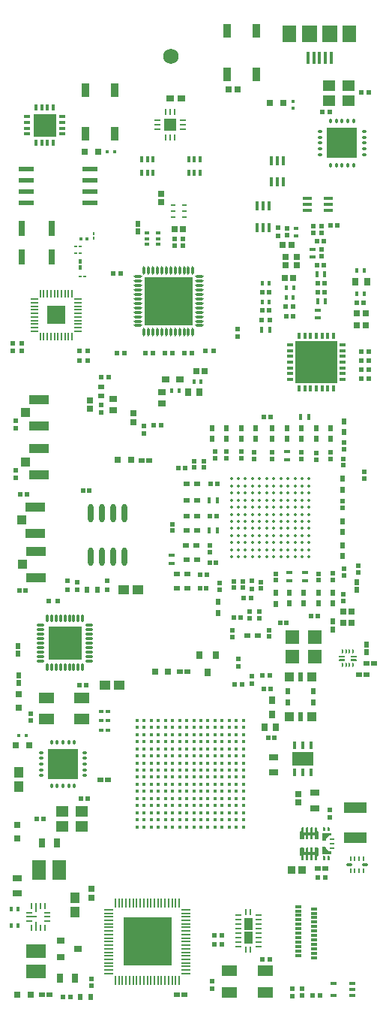
<source format=gtp>
G04*
G04 #@! TF.GenerationSoftware,Altium Limited,Altium Designer,25.1.2 (22)*
G04*
G04 Layer_Color=8421504*
%FSLAX44Y44*%
%MOMM*%
G71*
G04*
G04 #@! TF.SameCoordinates,95D3A89C-EAAA-4EA1-B578-E8640D1D2C9C*
G04*
G04*
G04 #@! TF.FilePolarity,Positive*
G04*
G01*
G75*
%ADD19R,0.5000X0.5500*%
%ADD20R,0.5121X0.5811*%
%ADD21R,0.4000X0.5000*%
%ADD22R,2.2000X1.0500*%
%ADD23R,1.0500X1.0000*%
%ADD24R,2.5000X1.2500*%
%ADD25R,0.7154X0.6725*%
%ADD26R,0.9000X1.5000*%
%ADD27R,0.4500X0.4500*%
%ADD28R,0.8000X0.9000*%
%ADD29R,0.6500X0.6000*%
%ADD30R,3.7000X3.7000*%
%ADD31O,0.2800X0.9000*%
%ADD32O,0.9000X0.2800*%
%ADD33R,0.5200X0.5200*%
%ADD34R,0.5500X0.6000*%
%ADD35R,0.5200X0.5200*%
G04:AMPARAMS|DCode=36|XSize=0.4mm|YSize=0.65mm|CornerRadius=0.05mm|HoleSize=0mm|Usage=FLASHONLY|Rotation=270.000|XOffset=0mm|YOffset=0mm|HoleType=Round|Shape=RoundedRectangle|*
%AMROUNDEDRECTD36*
21,1,0.4000,0.5500,0,0,270.0*
21,1,0.3000,0.6500,0,0,270.0*
1,1,0.1000,-0.2750,-0.1500*
1,1,0.1000,-0.2750,0.1500*
1,1,0.1000,0.2750,0.1500*
1,1,0.1000,0.2750,-0.1500*
%
%ADD36ROUNDEDRECTD36*%
%ADD37R,0.6000X0.5500*%
%ADD38R,0.5393X0.4725*%
%ADD39R,0.7581X0.8121*%
%ADD40R,1.2084X1.0121*%
%ADD41R,0.6000X0.6500*%
%ADD42R,0.6725X0.5274*%
%ADD43R,0.3556X0.7366*%
%ADD44R,0.5811X0.5121*%
%ADD45R,0.5000X0.5000*%
%ADD46R,0.7200X0.7200*%
%ADD47R,0.5000X0.4500*%
%ADD48R,1.0121X1.2084*%
%ADD49R,1.0500X1.0000*%
%ADD50R,2.2000X1.0500*%
%ADD51R,0.6153X0.5725*%
%ADD52R,0.3500X0.6500*%
%ADD53R,0.5000X0.4000*%
%ADD54R,0.6725X0.7154*%
%ADD55R,0.4725X0.4682*%
%ADD56R,0.5153X0.4725*%
%ADD57R,0.7500X0.3000*%
%ADD58R,0.3000X0.7500*%
%ADD59R,4.8000X4.8000*%
%ADD60R,0.6500X0.3500*%
%ADD61R,0.4682X0.4725*%
%ADD62R,0.8000X0.9500*%
%ADD63R,0.4500X1.0500*%
%ADD64R,1.0500X0.4500*%
%ADD65R,0.4725X0.5153*%
%ADD66R,0.5725X0.6153*%
G04:AMPARAMS|DCode=67|XSize=1.61mm|YSize=0.58mm|CornerRadius=0.0725mm|HoleSize=0mm|Usage=FLASHONLY|Rotation=180.000|XOffset=0mm|YOffset=0mm|HoleType=Round|Shape=RoundedRectangle|*
%AMROUNDEDRECTD67*
21,1,1.6100,0.4350,0,0,180.0*
21,1,1.4650,0.5800,0,0,180.0*
1,1,0.1450,-0.7325,0.2175*
1,1,0.1450,0.7325,0.2175*
1,1,0.1450,0.7325,-0.2175*
1,1,0.1450,-0.7325,-0.2175*
%
%ADD67ROUNDEDRECTD67*%
%ADD68R,0.2627X0.3541*%
%ADD69R,0.3541X0.2627*%
%ADD70O,0.2000X1.1500*%
%ADD71O,1.1500X0.2000*%
%ADD72R,5.4500X5.4500*%
%ADD73R,1.0500X0.6500*%
%ADD74R,0.6500X1.0500*%
%ADD75R,2.3062X1.5549*%
%ADD76R,1.5549X2.3062*%
G04:AMPARAMS|DCode=77|XSize=0.625mm|YSize=0.25mm|CornerRadius=0.05mm|HoleSize=0mm|Usage=FLASHONLY|Rotation=180.000|XOffset=0mm|YOffset=0mm|HoleType=Round|Shape=RoundedRectangle|*
%AMROUNDEDRECTD77*
21,1,0.6250,0.1500,0,0,180.0*
21,1,0.5250,0.2500,0,0,180.0*
1,1,0.1000,-0.2625,0.0750*
1,1,0.1000,0.2625,0.0750*
1,1,0.1000,0.2625,-0.0750*
1,1,0.1000,-0.2625,-0.0750*
%
%ADD77ROUNDEDRECTD77*%
G04:AMPARAMS|DCode=78|XSize=0.25mm|YSize=0.675mm|CornerRadius=0.05mm|HoleSize=0mm|Usage=FLASHONLY|Rotation=180.000|XOffset=0mm|YOffset=0mm|HoleType=Round|Shape=RoundedRectangle|*
%AMROUNDEDRECTD78*
21,1,0.2500,0.5750,0,0,180.0*
21,1,0.1500,0.6750,0,0,180.0*
1,1,0.1000,-0.0750,0.2875*
1,1,0.1000,0.0750,0.2875*
1,1,0.1000,0.0750,-0.2875*
1,1,0.1000,-0.0750,-0.2875*
%
%ADD78ROUNDEDRECTD78*%
G04:AMPARAMS|DCode=79|XSize=0.25mm|YSize=0.975mm|CornerRadius=0.05mm|HoleSize=0mm|Usage=FLASHONLY|Rotation=180.000|XOffset=0mm|YOffset=0mm|HoleType=Round|Shape=RoundedRectangle|*
%AMROUNDEDRECTD79*
21,1,0.2500,0.8750,0,0,180.0*
21,1,0.1500,0.9750,0,0,180.0*
1,1,0.1000,-0.0750,0.4375*
1,1,0.1000,0.0750,0.4375*
1,1,0.1000,0.0750,-0.4375*
1,1,0.1000,-0.0750,-0.4375*
%
%ADD79ROUNDEDRECTD79*%
G04:AMPARAMS|DCode=80|XSize=1.225mm|YSize=0.25mm|CornerRadius=0.05mm|HoleSize=0mm|Usage=FLASHONLY|Rotation=180.000|XOffset=0mm|YOffset=0mm|HoleType=Round|Shape=RoundedRectangle|*
%AMROUNDEDRECTD80*
21,1,1.2250,0.1500,0,0,180.0*
21,1,1.1250,0.2500,0,0,180.0*
1,1,0.1000,-0.5625,0.0750*
1,1,0.1000,0.5625,0.0750*
1,1,0.1000,0.5625,-0.0750*
1,1,0.1000,-0.5625,-0.0750*
%
%ADD80ROUNDEDRECTD80*%
%ADD81O,0.6500X0.3000*%
%ADD82O,0.3000X0.6500*%
%ADD83R,3.4000X3.4000*%
%ADD84C,0.4000*%
%ADD85R,0.6500X0.6500*%
G04:AMPARAMS|DCode=86|XSize=0.6mm|YSize=0.25mm|CornerRadius=0.05mm|HoleSize=0mm|Usage=FLASHONLY|Rotation=0.000|XOffset=0mm|YOffset=0mm|HoleType=Round|Shape=RoundedRectangle|*
%AMROUNDEDRECTD86*
21,1,0.6000,0.1500,0,0,0.0*
21,1,0.5000,0.2500,0,0,0.0*
1,1,0.1000,0.2500,-0.0750*
1,1,0.1000,-0.2500,-0.0750*
1,1,0.1000,-0.2500,0.0750*
1,1,0.1000,0.2500,0.0750*
%
%ADD86ROUNDEDRECTD86*%
%ADD87R,0.4725X0.6725*%
%ADD88R,1.8000X1.9000*%
%ADD89R,0.3500X0.8000*%
%ADD90R,0.4000X1.3500*%
%ADD91R,2.5000X2.5000*%
%ADD92R,2.0870X2.0870*%
%ADD93R,0.4500X0.6750*%
%ADD94R,0.6750X0.4500*%
%ADD95C,0.3556*%
%ADD96R,0.6096X0.2540*%
%ADD97R,0.7112X0.1778*%
G04:AMPARAMS|DCode=98|XSize=0.95mm|YSize=0.3mm|CornerRadius=0.15mm|HoleSize=0mm|Usage=FLASHONLY|Rotation=270.000|XOffset=0mm|YOffset=0mm|HoleType=Round|Shape=RoundedRectangle|*
%AMROUNDEDRECTD98*
21,1,0.9500,0.0000,0,0,270.0*
21,1,0.6500,0.3000,0,0,270.0*
1,1,0.3000,0.0000,-0.3250*
1,1,0.3000,0.0000,0.3250*
1,1,0.3000,0.0000,0.3250*
1,1,0.3000,0.0000,-0.3250*
%
%ADD98ROUNDEDRECTD98*%
G04:AMPARAMS|DCode=99|XSize=0.3mm|YSize=0.95mm|CornerRadius=0.15mm|HoleSize=0mm|Usage=FLASHONLY|Rotation=270.000|XOffset=0mm|YOffset=0mm|HoleType=Round|Shape=RoundedRectangle|*
%AMROUNDEDRECTD99*
21,1,0.3000,0.6500,0,0,270.0*
21,1,0.0000,0.9500,0,0,270.0*
1,1,0.3000,-0.3250,0.0000*
1,1,0.3000,-0.3250,0.0000*
1,1,0.3000,0.3250,0.0000*
1,1,0.3000,0.3250,0.0000*
%
%ADD99ROUNDEDRECTD99*%
%ADD100R,0.6393X0.5725*%
%ADD101R,0.5000X0.5000*%
%ADD102R,0.8121X0.7581*%
%ADD103R,0.7000X0.6500*%
%ADD104R,1.5000X1.6000*%
%ADD105C,0.0254*%
%ADD106R,0.7000X0.3000*%
G04:AMPARAMS|DCode=107|XSize=0.25mm|YSize=0.6mm|CornerRadius=0.05mm|HoleSize=0mm|Usage=FLASHONLY|Rotation=0.000|XOffset=0mm|YOffset=0mm|HoleType=Round|Shape=RoundedRectangle|*
%AMROUNDEDRECTD107*
21,1,0.2500,0.5000,0,0,0.0*
21,1,0.1500,0.6000,0,0,0.0*
1,1,0.1000,0.0750,-0.2500*
1,1,0.1000,-0.0750,-0.2500*
1,1,0.1000,-0.0750,0.2500*
1,1,0.1000,0.0750,0.2500*
%
%ADD107ROUNDEDRECTD107*%
%ADD108R,0.8500X0.6500*%
%ADD109R,0.1778X0.7112*%
%ADD110R,1.4478X1.4478*%
%ADD111R,0.5000X0.3500*%
%ADD112R,5.5000X5.5000*%
%ADD113R,1.4000X1.2000*%
%ADD114R,0.9051X0.9062*%
%ADD115R,0.8000X1.7000*%
%ADD116R,0.9000X0.8000*%
%ADD117O,0.6000X2.0500*%
%ADD118R,1.0000X1.0000*%
%ADD119R,2.4000X1.6500*%
%ADD120O,0.4000X0.9000*%
%ADD121R,1.8000X1.2000*%
G04:AMPARAMS|DCode=122|XSize=0.3mm|YSize=0.6mm|CornerRadius=0.0495mm|HoleSize=0mm|Usage=FLASHONLY|Rotation=90.000|XOffset=0mm|YOffset=0mm|HoleType=Round|Shape=RoundedRectangle|*
%AMROUNDEDRECTD122*
21,1,0.3000,0.5010,0,0,90.0*
21,1,0.2010,0.6000,0,0,90.0*
1,1,0.0990,0.2505,0.1005*
1,1,0.0990,0.2505,-0.1005*
1,1,0.0990,-0.2505,-0.1005*
1,1,0.0990,-0.2505,0.1005*
%
%ADD122ROUNDEDRECTD122*%
G04:AMPARAMS|DCode=123|XSize=0.2mm|YSize=0.5mm|CornerRadius=0.05mm|HoleSize=0mm|Usage=FLASHONLY|Rotation=0.000|XOffset=0mm|YOffset=0mm|HoleType=Round|Shape=RoundedRectangle|*
%AMROUNDEDRECTD123*
21,1,0.2000,0.4000,0,0,0.0*
21,1,0.1000,0.5000,0,0,0.0*
1,1,0.1000,0.0500,-0.2000*
1,1,0.1000,-0.0500,-0.2000*
1,1,0.1000,-0.0500,0.2000*
1,1,0.1000,0.0500,0.2000*
%
%ADD123ROUNDEDRECTD123*%
%ADD124R,0.8000X0.8000*%
%ADD125R,0.2200X0.8100*%
%ADD126R,0.6750X0.6000*%
%ADD127R,0.6000X0.6750*%
%ADD128R,0.5500X0.5000*%
%ADD129R,0.8000X0.8000*%
%ADD130R,0.9500X0.7000*%
%ADD131R,0.7000X0.9500*%
%ADD132R,0.8000X0.3500*%
%ADD133R,0.4500X0.4500*%
%ADD134R,0.3500X0.4000*%
%ADD135R,0.5500X0.5500*%
%ADD136R,0.5800X0.5400*%
%ADD137R,0.6200X0.6600*%
G04:AMPARAMS|DCode=138|XSize=0.2mm|YSize=0.55mm|CornerRadius=0.05mm|HoleSize=0mm|Usage=FLASHONLY|Rotation=180.000|XOffset=0mm|YOffset=0mm|HoleType=Round|Shape=RoundedRectangle|*
%AMROUNDEDRECTD138*
21,1,0.2000,0.4500,0,0,180.0*
21,1,0.1000,0.5500,0,0,180.0*
1,1,0.1000,-0.0500,0.2250*
1,1,0.1000,0.0500,0.2250*
1,1,0.1000,0.0500,-0.2250*
1,1,0.1000,-0.0500,-0.2250*
%
%ADD138ROUNDEDRECTD138*%
%ADD139C,1.7300*%
%ADD140R,0.8100X0.2200*%
%ADD141C,0.0254*%
%ADD142R,0.6000X0.2200*%
%ADD143R,0.4627X0.5541*%
%ADD144R,0.6000X0.6500*%
%ADD145R,0.6000X1.0000*%
%ADD146R,0.5200X0.5600*%
%ADD147R,1.5750X1.9000*%
%ADD148R,1.5750X1.9000*%
G36*
X397133Y550203D02*
X397274Y550062D01*
X397350Y549878D01*
Y549779D01*
Y548779D01*
Y548679D01*
X397274Y548496D01*
X397133Y548355D01*
X396949Y548279D01*
X391050D01*
X390867Y548355D01*
X390726Y548496D01*
X390650Y548679D01*
Y548779D01*
Y549779D01*
Y549878D01*
X390726Y550062D01*
X390867Y550203D01*
X391050Y550279D01*
X396949D01*
X397133Y550203D01*
D02*
G37*
G36*
X384133D02*
X384274Y550062D01*
X384350Y549878D01*
Y549779D01*
Y548779D01*
Y548679D01*
X384274Y548496D01*
X384133Y548355D01*
X383949Y548279D01*
X378050D01*
X377867Y548355D01*
X377726Y548496D01*
X377650Y548679D01*
Y548779D01*
Y549779D01*
Y549878D01*
X377726Y550062D01*
X377867Y550203D01*
X378050Y550279D01*
X383949D01*
X384133Y550203D01*
D02*
G37*
G36*
X397133Y546203D02*
X397274Y546062D01*
X397350Y545878D01*
Y545779D01*
Y544779D01*
Y544679D01*
X397274Y544496D01*
X397133Y544355D01*
X396949Y544279D01*
X391050D01*
X390867Y544355D01*
X390726Y544496D01*
X390650Y544679D01*
Y544779D01*
Y545779D01*
Y545878D01*
X390726Y546062D01*
X390867Y546203D01*
X391050Y546279D01*
X396949D01*
X397133Y546203D01*
D02*
G37*
G36*
X384133D02*
X384274Y546062D01*
X384350Y545878D01*
Y545779D01*
Y544779D01*
Y544679D01*
X384274Y544496D01*
X384133Y544355D01*
X383949Y544279D01*
X378050D01*
X377867Y544355D01*
X377726Y544496D01*
X377650Y544679D01*
Y544779D01*
Y545779D01*
Y545878D01*
X377726Y546062D01*
X377867Y546203D01*
X378050Y546279D01*
X383949D01*
X384133Y546203D01*
D02*
G37*
G36*
X366900Y356500D02*
Y353000D01*
X366400Y352500D01*
X364900D01*
X364400Y353000D01*
Y356500D01*
X364900Y357000D01*
X366400D01*
X366900Y356500D01*
D02*
G37*
G36*
X361900D02*
Y353000D01*
X361400Y352500D01*
X359900D01*
X359400Y353000D01*
Y356500D01*
X359900Y357000D01*
X361400D01*
X361900Y356500D01*
D02*
G37*
G36*
X352750D02*
X352750Y353000D01*
X353250Y352500D01*
X353900D01*
X354400Y352000D01*
X354400Y343600D01*
X353900Y343100D01*
X350500D01*
X350000Y343600D01*
X350000Y347300D01*
X349500Y347800D01*
X348500D01*
X348000Y347300D01*
Y343600D01*
X347500Y343100D01*
X345500Y343100D01*
X345000Y343600D01*
Y347300D01*
X344500Y347800D01*
X343500D01*
X343000Y347300D01*
Y343600D01*
X342500Y343100D01*
X340500D01*
X340000Y343600D01*
X340000Y347300D01*
X339500Y347800D01*
X338500D01*
X338000Y347300D01*
Y343600D01*
X337500Y343100D01*
X334100Y343100D01*
X333600Y343600D01*
Y352000D01*
X334100Y352500D01*
X334750D01*
X335250Y353000D01*
Y356500D01*
X335750Y357000D01*
X337250D01*
X337750Y356500D01*
Y351500D01*
X338250Y351000D01*
X339750D01*
X340250Y351500D01*
X340250Y356500D01*
X340750Y357000D01*
X342250D01*
X342750Y356500D01*
Y351500D01*
X343250Y351000D01*
X344750D01*
X345250Y351500D01*
Y356500D01*
X345750Y357000D01*
X347250D01*
X347750Y356500D01*
Y351500D01*
X348250Y351000D01*
X349750D01*
X350250Y351500D01*
X350250Y356500D01*
X350750Y357000D01*
X352250Y357000D01*
X352750Y356500D01*
D02*
G37*
G36*
X369050Y350000D02*
Y348000D01*
X368550Y347500D01*
X366610Y347500D01*
X366250Y347350D01*
X362650Y343750D01*
X362500Y343390D01*
Y342500D01*
X362000Y342000D01*
X359000D01*
X358500Y342500D01*
Y350000D01*
X359000Y350500D01*
X368550D01*
X369050Y350000D01*
D02*
G37*
G36*
X362500Y334500D02*
Y333610D01*
X362650Y333250D01*
X366250Y329650D01*
X366610Y329500D01*
X368550Y329500D01*
X369050Y329000D01*
Y327000D01*
X368550Y326500D01*
X359000D01*
X358500Y327000D01*
Y334500D01*
X359000Y335000D01*
X362000D01*
X362500Y334500D01*
D02*
G37*
G36*
X366900Y324000D02*
Y320500D01*
X366400Y320000D01*
X364900D01*
X364400Y320500D01*
Y324000D01*
X364900Y324500D01*
X366400D01*
X366900Y324000D01*
D02*
G37*
G36*
X361900D02*
Y320500D01*
X361400Y320000D01*
X359900D01*
X359400Y320500D01*
Y324000D01*
X359900Y324500D01*
X361400D01*
X361900Y324000D01*
D02*
G37*
G36*
X337500Y333900D02*
X338000Y333400D01*
X338000Y329700D01*
X338500Y329200D01*
X339500D01*
X340000Y329700D01*
X340000Y333400D01*
X340500Y333900D01*
X342500D01*
X343000Y333400D01*
Y329700D01*
X343500Y329200D01*
X344500D01*
X345000Y329700D01*
Y333400D01*
X345500Y333900D01*
X347500Y333900D01*
X348000Y333400D01*
Y329700D01*
X348500Y329200D01*
X349500D01*
X350000Y329700D01*
X350000Y333400D01*
X350500Y333900D01*
X353900D01*
X354400Y333400D01*
X354400Y325000D01*
X353900Y324500D01*
X353250D01*
X352750Y324000D01*
X352750Y320500D01*
X352250Y320000D01*
X350750Y320000D01*
X350250Y320500D01*
X350250Y325500D01*
X349750Y326000D01*
X348250D01*
X347750Y325500D01*
Y320500D01*
X347250Y320000D01*
X345750D01*
X345250Y320500D01*
Y325500D01*
X344750Y326000D01*
X343250D01*
X342750Y325500D01*
Y320500D01*
X342250Y320000D01*
X340750D01*
X340250Y320500D01*
X340250Y325500D01*
X339750Y326000D01*
X338250D01*
X337750Y325500D01*
Y320500D01*
X337250Y320000D01*
X335750D01*
X335250Y320500D01*
Y324000D01*
X334750Y324500D01*
X334100D01*
X333600Y325000D01*
Y333400D01*
X334100Y333900D01*
X337500Y333900D01*
D02*
G37*
G36*
X279533Y254162D02*
X279674Y254021D01*
X279750Y253838D01*
Y253738D01*
Y241638D01*
Y241539D01*
X279674Y241355D01*
X279533Y241214D01*
X279349Y241138D01*
X270651D01*
X270467Y241214D01*
X270326Y241355D01*
X270250Y241539D01*
Y241638D01*
Y253738D01*
Y253838D01*
X270326Y254021D01*
X270467Y254162D01*
X270651Y254238D01*
X279349D01*
X279533Y254162D01*
D02*
G37*
G36*
Y238962D02*
X279674Y238822D01*
X279750Y238638D01*
Y238538D01*
Y226438D01*
Y226339D01*
X279674Y226155D01*
X279533Y226014D01*
X279349Y225938D01*
X270651D01*
X270467Y226014D01*
X270326Y226155D01*
X270250Y226339D01*
Y226438D01*
Y238538D01*
Y238638D01*
X270326Y238822D01*
X270467Y238962D01*
X270651Y239038D01*
X279349D01*
X279533Y238962D01*
D02*
G37*
D19*
X399000Y651750D02*
D03*
Y644250D02*
D03*
X406000Y757750D02*
D03*
Y750250D02*
D03*
X289298Y633310D02*
D03*
Y625810D02*
D03*
D20*
X335209Y779520D02*
D03*
Y772210D02*
D03*
X383420Y783155D02*
D03*
X382043Y772054D02*
D03*
X367589Y771904D02*
D03*
X351589Y771404D02*
D03*
X281782Y772154D02*
D03*
X267589Y772905D02*
D03*
X301589Y771904D02*
D03*
X237590Y772905D02*
D03*
X250589D02*
D03*
X381589Y724215D02*
D03*
X370943Y643222D02*
D03*
X383589Y640536D02*
D03*
X354720Y642619D02*
D03*
X306243Y642476D02*
D03*
X287319Y599783D02*
D03*
X298589Y579215D02*
D03*
X276839Y599715D02*
D03*
X257419Y578590D02*
D03*
X242690Y632215D02*
D03*
X224827Y769715D02*
D03*
X231351Y666904D02*
D03*
X213827Y769715D02*
D03*
X189589Y698560D02*
D03*
X257419Y571279D02*
D03*
X189589Y691249D02*
D03*
X382589Y611904D02*
D03*
Y619215D02*
D03*
X269298Y634215D02*
D03*
Y626904D02*
D03*
X258496Y634053D02*
D03*
Y626743D02*
D03*
X354720Y635308D02*
D03*
X381589Y716904D02*
D03*
X351589Y778715D02*
D03*
X298589Y571904D02*
D03*
X242690Y624904D02*
D03*
X382043Y764743D02*
D03*
X367589Y779215D02*
D03*
X383420Y790465D02*
D03*
X250589Y780215D02*
D03*
X267589D02*
D03*
X383589Y647847D02*
D03*
X370943Y635911D02*
D03*
X306243Y635165D02*
D03*
X231351Y674215D02*
D03*
X301589Y779215D02*
D03*
X237590Y780215D02*
D03*
X281782Y779465D02*
D03*
X213827Y762404D02*
D03*
X224827D02*
D03*
X276839Y592405D02*
D03*
X287319Y592472D02*
D03*
D21*
X7000Y246103D02*
D03*
X15000D02*
D03*
X7000Y265000D02*
D03*
X15000D02*
D03*
X318224Y964577D02*
D03*
X326224D02*
D03*
X397752Y984770D02*
D03*
X405751D02*
D03*
Y957770D02*
D03*
X397752D02*
D03*
X326044Y954237D02*
D03*
X318044D02*
D03*
X298801Y949055D02*
D03*
X290802D02*
D03*
X298751Y969770D02*
D03*
X290752D02*
D03*
X221523Y859097D02*
D03*
X213523D02*
D03*
X196737Y848847D02*
D03*
X188737D02*
D03*
D22*
X35000Y667750D02*
D03*
Y638250D02*
D03*
X34400Y717750D02*
D03*
Y688250D02*
D03*
D23*
X19750Y653000D02*
D03*
X19150Y703000D02*
D03*
D24*
X396000Y345000D02*
D03*
Y379000D02*
D03*
D25*
X253214Y1188000D02*
D03*
X262786D02*
D03*
X316008Y976087D02*
D03*
X325580D02*
D03*
X407537Y922770D02*
D03*
X397966D02*
D03*
X407537Y935770D02*
D03*
X397966D02*
D03*
X314104Y1012782D02*
D03*
X323675D02*
D03*
X225821Y871096D02*
D03*
X216250D02*
D03*
X201335Y1031152D02*
D03*
X191764D02*
D03*
D26*
X251500Y1254500D02*
D03*
X284500D02*
D03*
Y1205500D02*
D03*
X251500D02*
D03*
X91436Y1187671D02*
D03*
X124436D02*
D03*
Y1138671D02*
D03*
X91436D02*
D03*
D27*
X116000Y1118000D02*
D03*
X124000D02*
D03*
X24000Y460000D02*
D03*
X16000D02*
D03*
D28*
X238500Y551000D02*
D03*
X219500D02*
D03*
X229000Y531000D02*
D03*
D29*
X206250Y532000D02*
D03*
X197750D02*
D03*
X203250Y168000D02*
D03*
X194750D02*
D03*
X50250Y168000D02*
D03*
X41750D02*
D03*
X116250Y410000D02*
D03*
X154750Y770000D02*
D03*
X163250D02*
D03*
X107750Y410000D02*
D03*
X408750Y541779D02*
D03*
X417250D02*
D03*
X399750Y528779D02*
D03*
X408250D02*
D03*
D30*
X68000Y564500D02*
D03*
D31*
X88000Y537000D02*
D03*
X83000D02*
D03*
X78000D02*
D03*
X73000D02*
D03*
X68000D02*
D03*
X63000D02*
D03*
X58000D02*
D03*
X53000D02*
D03*
X48000D02*
D03*
Y592000D02*
D03*
X53000D02*
D03*
X58000D02*
D03*
X63000D02*
D03*
X68000D02*
D03*
X73000D02*
D03*
X78000D02*
D03*
X83000D02*
D03*
X88000D02*
D03*
D32*
X40500Y544500D02*
D03*
Y549500D02*
D03*
Y554500D02*
D03*
Y559500D02*
D03*
Y564500D02*
D03*
Y569500D02*
D03*
Y574500D02*
D03*
Y579500D02*
D03*
Y584500D02*
D03*
X95500D02*
D03*
Y579500D02*
D03*
Y574500D02*
D03*
Y569500D02*
D03*
Y564500D02*
D03*
Y559500D02*
D03*
Y554500D02*
D03*
Y549500D02*
D03*
Y544500D02*
D03*
D33*
X367000Y1163000D02*
D03*
X359000D02*
D03*
X291000Y208000D02*
D03*
X299000D02*
D03*
X86000Y389000D02*
D03*
X94000D02*
D03*
X92000Y517107D02*
D03*
X84000D02*
D03*
X117000Y864000D02*
D03*
X109000D02*
D03*
X66000Y166000D02*
D03*
X74000D02*
D03*
X237000Y224870D02*
D03*
X36000Y366623D02*
D03*
X411000Y1185000D02*
D03*
X348000Y167000D02*
D03*
X356000D02*
D03*
X237000Y235000D02*
D03*
X245000Y224870D02*
D03*
Y235000D02*
D03*
X403000Y1185000D02*
D03*
X44000Y366623D02*
D03*
D34*
X157000Y809250D02*
D03*
Y800750D02*
D03*
X12000Y815250D02*
D03*
Y806750D02*
D03*
Y759250D02*
D03*
Y750750D02*
D03*
X325000Y166750D02*
D03*
Y175250D02*
D03*
X263000Y909486D02*
D03*
Y917987D02*
D03*
X279000Y527543D02*
D03*
Y519043D02*
D03*
X19000Y893750D02*
D03*
Y902250D02*
D03*
X264000Y546250D02*
D03*
Y537750D02*
D03*
X9000Y902250D02*
D03*
Y893750D02*
D03*
D35*
X234000Y175000D02*
D03*
Y183000D02*
D03*
X29000Y485000D02*
D03*
Y477000D02*
D03*
X98000Y178000D02*
D03*
Y186000D02*
D03*
X336000Y167000D02*
D03*
X108859Y824529D02*
D03*
X82234Y632898D02*
D03*
Y624898D02*
D03*
X108859Y832529D02*
D03*
X336000Y175000D02*
D03*
D36*
X371750Y167500D02*
D03*
Y180500D02*
D03*
X392250D02*
D03*
Y174000D02*
D03*
Y167500D02*
D03*
D37*
X291311Y527793D02*
D03*
X299811D02*
D03*
X84750Y883000D02*
D03*
X93250D02*
D03*
X93250Y894000D02*
D03*
X84750D02*
D03*
X402887Y872517D02*
D03*
X411387D02*
D03*
X411251Y862794D02*
D03*
X402752D02*
D03*
X402887Y892517D02*
D03*
X411387D02*
D03*
Y882517D02*
D03*
X402887D02*
D03*
X176250Y810000D02*
D03*
X167750D02*
D03*
X227000Y894096D02*
D03*
X235500D02*
D03*
X127000Y891096D02*
D03*
X135500D02*
D03*
X203000D02*
D03*
X211500D02*
D03*
X167500Y891481D02*
D03*
X159000D02*
D03*
X180723Y891290D02*
D03*
X189222D02*
D03*
X131250Y980907D02*
D03*
X122750D02*
D03*
D38*
X297334Y458000D02*
D03*
X304666D02*
D03*
X292950Y512620D02*
D03*
X300282D02*
D03*
D39*
X306270Y470000D02*
D03*
X293730D02*
D03*
X220007Y846846D02*
D03*
X207467D02*
D03*
D40*
X134080Y624299D02*
D03*
X150117D02*
D03*
X112981Y517000D02*
D03*
X129019D02*
D03*
D41*
X16000Y528250D02*
D03*
Y519750D02*
D03*
X397333Y624750D02*
D03*
X15000Y561250D02*
D03*
X370590Y588559D02*
D03*
Y580060D02*
D03*
X408500Y563029D02*
D03*
Y554529D02*
D03*
X15000Y552750D02*
D03*
X397333Y633250D02*
D03*
D42*
X109000Y843275D02*
D03*
Y852725D02*
D03*
D43*
X167564Y1109775D02*
D03*
X161064D02*
D03*
X154564D02*
D03*
Y1094027D02*
D03*
X161064D02*
D03*
X167564D02*
D03*
X220564Y1109775D02*
D03*
X207564D02*
D03*
X214064Y1094027D02*
D03*
Y1109775D02*
D03*
X207564Y1094027D02*
D03*
X220564D02*
D03*
D44*
X88345Y736000D02*
D03*
X95655D02*
D03*
X292934Y819560D02*
D03*
X239753Y743560D02*
D03*
X346184Y595196D02*
D03*
X318245Y587560D02*
D03*
X239003Y707426D02*
D03*
X238841Y655215D02*
D03*
X228245Y641560D02*
D03*
X227753Y626560D02*
D03*
X231531Y655215D02*
D03*
X310934Y587560D02*
D03*
X231692Y707426D02*
D03*
X232442Y743560D02*
D03*
X220442Y626560D02*
D03*
X220934Y641560D02*
D03*
X300245Y819560D02*
D03*
X353495Y595196D02*
D03*
D45*
X60000Y612000D02*
D03*
X50000D02*
D03*
D46*
X145000Y813000D02*
D03*
Y823200D02*
D03*
D47*
X109250Y477000D02*
D03*
X116750D02*
D03*
X109250Y466000D02*
D03*
Y487000D02*
D03*
X116750D02*
D03*
Y466000D02*
D03*
D48*
X16000Y418898D02*
D03*
Y402861D02*
D03*
X79000Y261499D02*
D03*
Y277537D02*
D03*
D49*
X23750Y768750D02*
D03*
Y824250D02*
D03*
D50*
X39000Y754000D02*
D03*
Y783500D02*
D03*
Y839000D02*
D03*
Y809500D02*
D03*
D51*
X290466Y928770D02*
D03*
X299037D02*
D03*
X317289Y943445D02*
D03*
X325860D02*
D03*
X259714Y518000D02*
D03*
X362286Y300000D02*
D03*
X353714D02*
D03*
X268286Y518000D02*
D03*
D52*
X290501Y917770D02*
D03*
X299002D02*
D03*
X361085Y980096D02*
D03*
X352586D02*
D03*
X361772Y949244D02*
D03*
X353272D02*
D03*
D53*
X328731Y1031462D02*
D03*
Y1023462D02*
D03*
D54*
X329976Y999633D02*
D03*
Y990062D02*
D03*
X316975Y999633D02*
D03*
Y990062D02*
D03*
X96556Y828319D02*
D03*
X331617Y384840D02*
D03*
Y394411D02*
D03*
X96556Y837890D02*
D03*
X176507Y1071127D02*
D03*
Y1061556D02*
D03*
D55*
X348389Y1034653D02*
D03*
Y1026610D02*
D03*
D56*
X353122Y1017358D02*
D03*
X360693D02*
D03*
X318220Y933074D02*
D03*
X325792D02*
D03*
X298512Y939406D02*
D03*
X290941D02*
D03*
X405537Y947770D02*
D03*
X397966D02*
D03*
X353576Y969589D02*
D03*
X361147D02*
D03*
X353576Y959858D02*
D03*
X361147D02*
D03*
X375574Y1035000D02*
D03*
X368002D02*
D03*
X360385Y990684D02*
D03*
X352814D02*
D03*
D57*
X322256Y874495D02*
D03*
Y861495D02*
D03*
Y900495D02*
D03*
X381756D02*
D03*
Y887495D02*
D03*
Y874495D02*
D03*
Y880995D02*
D03*
Y867995D02*
D03*
X322256Y880995D02*
D03*
Y893995D02*
D03*
X381756Y861495D02*
D03*
X322256Y887495D02*
D03*
X381756Y893995D02*
D03*
X322256Y867995D02*
D03*
D58*
X352006Y910745D02*
D03*
X371507D02*
D03*
X339007D02*
D03*
X365007Y851245D02*
D03*
X358506D02*
D03*
X352006D02*
D03*
X345507D02*
D03*
X339007D02*
D03*
X332506D02*
D03*
X365007Y910745D02*
D03*
X345507D02*
D03*
X371507Y851245D02*
D03*
X358506Y910745D02*
D03*
X332506D02*
D03*
D59*
X352006Y880995D02*
D03*
D60*
X353715Y931339D02*
D03*
Y939839D02*
D03*
X347795Y999894D02*
D03*
Y1008394D02*
D03*
D61*
X298773Y959770D02*
D03*
X290730D02*
D03*
D62*
X396252Y971770D02*
D03*
X409251D02*
D03*
D63*
X291788Y1033000D02*
D03*
X285288Y1057000D02*
D03*
X298288Y1033000D02*
D03*
X291788Y1057000D02*
D03*
X298288D02*
D03*
X285288Y1033000D02*
D03*
X301288Y1084000D02*
D03*
X314288Y1108000D02*
D03*
Y1084000D02*
D03*
X307788Y1108000D02*
D03*
X301288D02*
D03*
X307788Y1084000D02*
D03*
D64*
X365788Y1065500D02*
D03*
X341788D02*
D03*
Y1059000D02*
D03*
X365788Y1052500D02*
D03*
X341788D02*
D03*
X365788Y1059000D02*
D03*
D65*
X358228Y1034285D02*
D03*
Y1026714D02*
D03*
X318722Y1031748D02*
D03*
Y1024176D02*
D03*
X358114Y1000304D02*
D03*
Y1007876D02*
D03*
D66*
X308788Y1023715D02*
D03*
Y1032286D02*
D03*
X367000Y376286D02*
D03*
Y367714D02*
D03*
D67*
X96050Y1060950D02*
D03*
Y1073650D02*
D03*
Y1086350D02*
D03*
X23950Y1099050D02*
D03*
Y1086350D02*
D03*
Y1073650D02*
D03*
Y1060950D02*
D03*
X96050Y1099050D02*
D03*
D68*
X100283Y1026056D02*
D03*
Y1020970D02*
D03*
D69*
X80093Y1011684D02*
D03*
X85179D02*
D03*
X80000Y1004000D02*
D03*
X90543Y978000D02*
D03*
X85457D02*
D03*
X85086Y1004000D02*
D03*
D70*
X125000Y184250D02*
D03*
X129000D02*
D03*
X133000D02*
D03*
X137000D02*
D03*
X141000D02*
D03*
X145000D02*
D03*
X149000D02*
D03*
X153000D02*
D03*
X157000D02*
D03*
X161000D02*
D03*
X165000D02*
D03*
X169000D02*
D03*
X173000D02*
D03*
X177000D02*
D03*
X181000D02*
D03*
X185000D02*
D03*
X189000D02*
D03*
X193000D02*
D03*
X197000D02*
D03*
Y271750D02*
D03*
X193000D02*
D03*
X189000D02*
D03*
X185000D02*
D03*
X181000D02*
D03*
X177000D02*
D03*
X173000D02*
D03*
X169000D02*
D03*
X165000D02*
D03*
X161000D02*
D03*
X157000D02*
D03*
X153000D02*
D03*
X149000D02*
D03*
X145000D02*
D03*
X141000D02*
D03*
X137000D02*
D03*
X133000D02*
D03*
X129000D02*
D03*
X125000D02*
D03*
D71*
X204750Y192000D02*
D03*
Y196000D02*
D03*
Y200000D02*
D03*
Y204000D02*
D03*
Y208000D02*
D03*
Y212000D02*
D03*
Y216000D02*
D03*
Y220000D02*
D03*
Y224000D02*
D03*
Y228000D02*
D03*
Y232000D02*
D03*
Y236000D02*
D03*
Y240000D02*
D03*
Y244000D02*
D03*
Y248000D02*
D03*
Y252000D02*
D03*
Y256000D02*
D03*
Y260000D02*
D03*
Y264000D02*
D03*
X117250D02*
D03*
Y260000D02*
D03*
Y256000D02*
D03*
Y252000D02*
D03*
Y248000D02*
D03*
Y244000D02*
D03*
Y240000D02*
D03*
Y236000D02*
D03*
Y232000D02*
D03*
Y228000D02*
D03*
Y224000D02*
D03*
Y220000D02*
D03*
Y216000D02*
D03*
Y212000D02*
D03*
Y208000D02*
D03*
Y204000D02*
D03*
Y200000D02*
D03*
Y196000D02*
D03*
Y192000D02*
D03*
D72*
X161000Y228000D02*
D03*
D73*
X14000Y299500D02*
D03*
Y282500D02*
D03*
X350000Y378500D02*
D03*
X304000Y435500D02*
D03*
X350000Y395500D02*
D03*
X304000Y418500D02*
D03*
D74*
X62000Y186662D02*
D03*
X79000D02*
D03*
X58750Y339000D02*
D03*
X41750D02*
D03*
D75*
X35203Y217132D02*
D03*
Y194619D02*
D03*
D76*
X61257Y309000D02*
D03*
X38744D02*
D03*
D77*
X48202Y250875D02*
D03*
Y255875D02*
D03*
Y260875D02*
D03*
X27452D02*
D03*
Y250875D02*
D03*
D78*
X45328Y268000D02*
D03*
X40327D02*
D03*
X30327D02*
D03*
Y243750D02*
D03*
X40327D02*
D03*
X45328D02*
D03*
D79*
X35328Y266500D02*
D03*
Y245250D02*
D03*
D80*
X30452Y255875D02*
D03*
D81*
X90533Y415000D02*
D03*
Y421500D02*
D03*
Y428000D02*
D03*
Y434500D02*
D03*
Y441000D02*
D03*
X41033D02*
D03*
Y434500D02*
D03*
Y428000D02*
D03*
Y421500D02*
D03*
Y415000D02*
D03*
X405750Y1134500D02*
D03*
Y1141000D02*
D03*
Y1128000D02*
D03*
Y1121500D02*
D03*
Y1115000D02*
D03*
X356250D02*
D03*
Y1121500D02*
D03*
Y1128000D02*
D03*
Y1134500D02*
D03*
Y1141000D02*
D03*
D82*
X78783Y452750D02*
D03*
X72283D02*
D03*
X65783D02*
D03*
X59283D02*
D03*
X52783D02*
D03*
Y403250D02*
D03*
X59283D02*
D03*
X65783D02*
D03*
X72283D02*
D03*
X78783D02*
D03*
X387500Y1152750D02*
D03*
X381000D02*
D03*
X368000D02*
D03*
X374500D02*
D03*
X394000D02*
D03*
Y1103250D02*
D03*
X387500D02*
D03*
X381000D02*
D03*
X374500D02*
D03*
X368000D02*
D03*
D83*
X65783Y428000D02*
D03*
X381000Y1128000D02*
D03*
D84*
X149531Y357298D02*
D03*
Y365298D02*
D03*
Y373298D02*
D03*
Y381297D02*
D03*
Y389297D02*
D03*
Y397298D02*
D03*
Y405298D02*
D03*
Y413298D02*
D03*
Y421297D02*
D03*
Y429297D02*
D03*
Y437298D02*
D03*
Y445298D02*
D03*
Y453298D02*
D03*
Y461297D02*
D03*
Y469297D02*
D03*
Y477298D02*
D03*
X157531Y357298D02*
D03*
Y365298D02*
D03*
Y373298D02*
D03*
Y381297D02*
D03*
Y389297D02*
D03*
Y397298D02*
D03*
Y405298D02*
D03*
Y413298D02*
D03*
Y421297D02*
D03*
Y429297D02*
D03*
Y437298D02*
D03*
Y445298D02*
D03*
Y453298D02*
D03*
Y461297D02*
D03*
Y469297D02*
D03*
Y477298D02*
D03*
X165531Y357298D02*
D03*
Y365298D02*
D03*
Y373298D02*
D03*
Y381297D02*
D03*
Y389297D02*
D03*
Y397298D02*
D03*
Y405298D02*
D03*
Y413298D02*
D03*
Y421297D02*
D03*
Y429297D02*
D03*
Y437298D02*
D03*
Y445298D02*
D03*
Y453298D02*
D03*
Y461297D02*
D03*
Y469297D02*
D03*
Y477298D02*
D03*
X173531Y357298D02*
D03*
Y365298D02*
D03*
Y373298D02*
D03*
Y381297D02*
D03*
Y389297D02*
D03*
Y397298D02*
D03*
Y405298D02*
D03*
Y413298D02*
D03*
Y421297D02*
D03*
Y429297D02*
D03*
Y437298D02*
D03*
Y445298D02*
D03*
Y453298D02*
D03*
Y461297D02*
D03*
Y469297D02*
D03*
Y477298D02*
D03*
X181531Y357298D02*
D03*
Y365298D02*
D03*
Y373298D02*
D03*
Y381297D02*
D03*
Y389297D02*
D03*
Y397298D02*
D03*
Y405298D02*
D03*
Y413298D02*
D03*
Y421297D02*
D03*
Y429297D02*
D03*
Y437298D02*
D03*
Y445298D02*
D03*
Y453298D02*
D03*
Y461297D02*
D03*
Y469297D02*
D03*
Y477298D02*
D03*
X189531Y357298D02*
D03*
Y365298D02*
D03*
Y373298D02*
D03*
Y381297D02*
D03*
Y389297D02*
D03*
Y397298D02*
D03*
Y405298D02*
D03*
Y413298D02*
D03*
Y421297D02*
D03*
Y429297D02*
D03*
Y437298D02*
D03*
Y445298D02*
D03*
Y453298D02*
D03*
Y461297D02*
D03*
Y469297D02*
D03*
Y477298D02*
D03*
X197531Y357298D02*
D03*
Y365298D02*
D03*
Y373298D02*
D03*
Y381297D02*
D03*
Y389297D02*
D03*
Y397298D02*
D03*
Y405298D02*
D03*
Y413298D02*
D03*
Y421297D02*
D03*
Y429297D02*
D03*
Y437298D02*
D03*
Y445298D02*
D03*
Y453298D02*
D03*
Y461297D02*
D03*
Y469297D02*
D03*
Y477298D02*
D03*
X205531Y357298D02*
D03*
Y365298D02*
D03*
Y373298D02*
D03*
Y381297D02*
D03*
Y389297D02*
D03*
Y397298D02*
D03*
Y405298D02*
D03*
Y413298D02*
D03*
Y421297D02*
D03*
Y429297D02*
D03*
Y437298D02*
D03*
Y445298D02*
D03*
Y453298D02*
D03*
Y461297D02*
D03*
Y469297D02*
D03*
Y477298D02*
D03*
X213531Y357298D02*
D03*
Y365298D02*
D03*
Y373298D02*
D03*
Y381297D02*
D03*
Y389297D02*
D03*
Y397298D02*
D03*
Y405298D02*
D03*
Y413298D02*
D03*
Y421297D02*
D03*
Y429297D02*
D03*
Y437298D02*
D03*
Y445298D02*
D03*
Y453298D02*
D03*
Y461297D02*
D03*
Y469297D02*
D03*
Y477298D02*
D03*
X221531Y357298D02*
D03*
Y365298D02*
D03*
Y373298D02*
D03*
Y381297D02*
D03*
Y389297D02*
D03*
Y397298D02*
D03*
Y405298D02*
D03*
Y413298D02*
D03*
Y421297D02*
D03*
Y429297D02*
D03*
Y437298D02*
D03*
Y445298D02*
D03*
Y453298D02*
D03*
Y461297D02*
D03*
Y469297D02*
D03*
Y477298D02*
D03*
X229531Y357298D02*
D03*
Y365298D02*
D03*
Y373298D02*
D03*
Y381297D02*
D03*
Y389297D02*
D03*
Y397298D02*
D03*
Y405298D02*
D03*
Y413298D02*
D03*
Y421297D02*
D03*
Y429297D02*
D03*
Y437298D02*
D03*
Y445298D02*
D03*
Y453298D02*
D03*
Y461297D02*
D03*
Y469297D02*
D03*
Y477298D02*
D03*
X237531Y357298D02*
D03*
Y365298D02*
D03*
Y373298D02*
D03*
Y381297D02*
D03*
Y389297D02*
D03*
Y397298D02*
D03*
Y405298D02*
D03*
Y413298D02*
D03*
Y421297D02*
D03*
Y429297D02*
D03*
Y437298D02*
D03*
Y445298D02*
D03*
Y453298D02*
D03*
Y461297D02*
D03*
Y469297D02*
D03*
Y477298D02*
D03*
X245531Y357298D02*
D03*
Y365298D02*
D03*
Y373298D02*
D03*
Y381297D02*
D03*
Y389297D02*
D03*
Y397298D02*
D03*
Y405298D02*
D03*
Y413298D02*
D03*
Y421297D02*
D03*
Y429297D02*
D03*
Y437298D02*
D03*
Y445298D02*
D03*
Y453298D02*
D03*
Y461297D02*
D03*
Y469297D02*
D03*
Y477298D02*
D03*
X253531Y357298D02*
D03*
Y365298D02*
D03*
Y373298D02*
D03*
Y381297D02*
D03*
Y389297D02*
D03*
Y397298D02*
D03*
Y405298D02*
D03*
Y413298D02*
D03*
Y421297D02*
D03*
Y429297D02*
D03*
Y437298D02*
D03*
Y445298D02*
D03*
Y453298D02*
D03*
Y461297D02*
D03*
Y469297D02*
D03*
Y477298D02*
D03*
X261531Y357298D02*
D03*
Y365298D02*
D03*
Y373298D02*
D03*
Y381297D02*
D03*
Y389297D02*
D03*
Y397298D02*
D03*
Y405298D02*
D03*
Y413298D02*
D03*
Y421297D02*
D03*
Y429297D02*
D03*
Y437298D02*
D03*
Y445298D02*
D03*
Y453298D02*
D03*
Y461297D02*
D03*
Y469297D02*
D03*
Y477298D02*
D03*
X269531Y357298D02*
D03*
Y365298D02*
D03*
Y373298D02*
D03*
Y381297D02*
D03*
Y389297D02*
D03*
Y397298D02*
D03*
Y405298D02*
D03*
Y413298D02*
D03*
Y421297D02*
D03*
Y429297D02*
D03*
Y437298D02*
D03*
Y445298D02*
D03*
Y453298D02*
D03*
Y461297D02*
D03*
Y469297D02*
D03*
Y477298D02*
D03*
D85*
X98000Y277500D02*
D03*
Y287500D02*
D03*
D86*
X263500Y247588D02*
D03*
Y252588D02*
D03*
Y242588D02*
D03*
Y237588D02*
D03*
Y257588D02*
D03*
Y232588D02*
D03*
Y227588D02*
D03*
Y222588D02*
D03*
X286500D02*
D03*
Y227588D02*
D03*
Y232588D02*
D03*
Y237588D02*
D03*
Y242588D02*
D03*
Y247588D02*
D03*
Y252588D02*
D03*
Y257588D02*
D03*
D87*
X97000Y166000D02*
D03*
X92638Y624585D02*
D03*
X85000Y166000D02*
D03*
X104638Y624585D02*
D03*
D88*
X367000Y1251000D02*
D03*
X344000D02*
D03*
D89*
X54750Y1168000D02*
D03*
X35250D02*
D03*
X41750D02*
D03*
X48250D02*
D03*
X54750Y1128000D02*
D03*
X48250D02*
D03*
X41750D02*
D03*
X35250D02*
D03*
D90*
X342500Y1224250D02*
D03*
X349000D02*
D03*
X355500D02*
D03*
X362000D02*
D03*
X368500D02*
D03*
D91*
X45000Y1148000D02*
D03*
D92*
X58000Y934000D02*
D03*
D93*
X343214Y819560D02*
D03*
X240370Y725559D02*
D03*
X240225Y691553D02*
D03*
X230975D02*
D03*
X333964Y819560D02*
D03*
X231120Y725559D02*
D03*
D94*
X318815Y771184D02*
D03*
X339213Y643961D02*
D03*
X321589Y644184D02*
D03*
X188589Y654184D02*
D03*
Y663435D02*
D03*
X339213Y634711D02*
D03*
X321589Y634935D02*
D03*
X318815Y780435D02*
D03*
D95*
X327846Y733566D02*
D03*
X303846D02*
D03*
X287847D02*
D03*
X271847D02*
D03*
X327846Y709563D02*
D03*
Y725565D02*
D03*
X319846Y717564D02*
D03*
X327846Y701562D02*
D03*
X319846Y693561D02*
D03*
X311847Y701562D02*
D03*
Y717564D02*
D03*
Y709563D02*
D03*
Y693561D02*
D03*
X327846Y677559D02*
D03*
Y685560D02*
D03*
X303846Y717564D02*
D03*
X295847D02*
D03*
Y725565D02*
D03*
Y709563D02*
D03*
X287847Y725565D02*
D03*
Y709563D02*
D03*
X279846D02*
D03*
X303846Y693561D02*
D03*
X295847D02*
D03*
Y701562D02*
D03*
X303846Y677559D02*
D03*
X295847Y685560D02*
D03*
X279846Y701562D02*
D03*
Y693561D02*
D03*
X287847Y677559D02*
D03*
X271847Y725565D02*
D03*
Y717564D02*
D03*
Y709563D02*
D03*
Y685560D02*
D03*
Y677559D02*
D03*
X287847Y669558D02*
D03*
X343846Y661557D02*
D03*
X335846D02*
D03*
X327846D02*
D03*
X319846D02*
D03*
X311847D02*
D03*
X303846D02*
D03*
X295847D02*
D03*
X287847D02*
D03*
X279846D02*
D03*
X271847D02*
D03*
X263847D02*
D03*
X255847D02*
D03*
X343846Y669558D02*
D03*
X335846D02*
D03*
X327846D02*
D03*
X319846D02*
D03*
X311847D02*
D03*
X303846D02*
D03*
X295847D02*
D03*
X279846D02*
D03*
X271847D02*
D03*
X263847D02*
D03*
X255847D02*
D03*
X343846Y677559D02*
D03*
X335846D02*
D03*
X319846D02*
D03*
X311847D02*
D03*
X295847D02*
D03*
X279846D02*
D03*
X263847D02*
D03*
X255847D02*
D03*
X343846Y685560D02*
D03*
X335846D02*
D03*
X319846D02*
D03*
X311847D02*
D03*
X303846D02*
D03*
X287847D02*
D03*
X279846D02*
D03*
X263847D02*
D03*
X255847D02*
D03*
X343846Y693561D02*
D03*
X335846D02*
D03*
X327846D02*
D03*
X287847D02*
D03*
X271847D02*
D03*
X263847D02*
D03*
X255847D02*
D03*
X343846Y701562D02*
D03*
X335846D02*
D03*
X319846D02*
D03*
X303846D02*
D03*
X287847D02*
D03*
X271847D02*
D03*
X263847D02*
D03*
X255847D02*
D03*
X343846Y709563D02*
D03*
X335846D02*
D03*
X319846D02*
D03*
X303846D02*
D03*
X263847D02*
D03*
X255847D02*
D03*
X343846Y717564D02*
D03*
X335846D02*
D03*
X327846D02*
D03*
X287847D02*
D03*
X279846D02*
D03*
X263847D02*
D03*
X255847D02*
D03*
X343846Y725565D02*
D03*
X335846D02*
D03*
X319846D02*
D03*
X311847D02*
D03*
X303846D02*
D03*
X279846D02*
D03*
X263847D02*
D03*
X255847D02*
D03*
X343846Y733566D02*
D03*
X335846D02*
D03*
X319846D02*
D03*
X311847D02*
D03*
X295847D02*
D03*
X279846D02*
D03*
X263847D02*
D03*
X255847D02*
D03*
X343846Y741567D02*
D03*
X335846D02*
D03*
X327846D02*
D03*
X319846D02*
D03*
X311847D02*
D03*
X303846D02*
D03*
X295847D02*
D03*
X287847D02*
D03*
X279846D02*
D03*
X271847D02*
D03*
X263847D02*
D03*
X255847D02*
D03*
X343846Y749568D02*
D03*
X335846D02*
D03*
X327846D02*
D03*
X319846D02*
D03*
X311847D02*
D03*
X303846D02*
D03*
X295847D02*
D03*
X287847D02*
D03*
X279846D02*
D03*
X271847D02*
D03*
X263847D02*
D03*
X255847D02*
D03*
D96*
X202757Y1051342D02*
D03*
Y1057842D02*
D03*
X190257Y1051342D02*
D03*
X202757Y1044842D02*
D03*
X190257D02*
D03*
Y1057842D02*
D03*
D97*
X201542Y1143423D02*
D03*
Y1153423D02*
D03*
Y1148423D02*
D03*
X172586D02*
D03*
Y1143423D02*
D03*
Y1153423D02*
D03*
D98*
X202500Y984193D02*
D03*
X187500D02*
D03*
X182500D02*
D03*
X167500D02*
D03*
X192500Y915193D02*
D03*
X212500D02*
D03*
X207500D02*
D03*
X202500D02*
D03*
X197500D02*
D03*
X187500D02*
D03*
X182500D02*
D03*
X177500D02*
D03*
X172500D02*
D03*
X167500D02*
D03*
X162500D02*
D03*
X157500D02*
D03*
Y984193D02*
D03*
X162500D02*
D03*
X172500D02*
D03*
X177500D02*
D03*
X192500D02*
D03*
X197500D02*
D03*
X207500D02*
D03*
X212500D02*
D03*
D99*
X219500Y962193D02*
D03*
Y977193D02*
D03*
Y927193D02*
D03*
X150500Y962193D02*
D03*
Y947193D02*
D03*
Y942193D02*
D03*
Y927193D02*
D03*
Y922193D02*
D03*
X219500Y972193D02*
D03*
Y967193D02*
D03*
Y957193D02*
D03*
Y952193D02*
D03*
Y947193D02*
D03*
Y942193D02*
D03*
Y937193D02*
D03*
Y932193D02*
D03*
Y922193D02*
D03*
X150500Y932193D02*
D03*
Y937193D02*
D03*
Y952193D02*
D03*
Y957193D02*
D03*
Y967193D02*
D03*
Y972193D02*
D03*
Y977193D02*
D03*
D100*
X362066Y310625D02*
D03*
X353734D02*
D03*
D101*
X71099Y634299D02*
D03*
X116099D02*
D03*
X71099Y624299D02*
D03*
X116099D02*
D03*
D102*
X122383Y827241D02*
D03*
X177650Y834827D02*
D03*
X122383Y839781D02*
D03*
X177650Y847366D02*
D03*
D103*
X392089Y599560D02*
D03*
Y587560D02*
D03*
X382589Y599560D02*
D03*
Y587560D02*
D03*
D104*
X350289Y549560D02*
D03*
X324889D02*
D03*
X350289Y571560D02*
D03*
X324889D02*
D03*
D105*
X363408Y325686D02*
D03*
D106*
X349000Y210000D02*
D03*
Y265000D02*
D03*
X332000Y267500D02*
D03*
Y212500D02*
D03*
Y217500D02*
D03*
Y222500D02*
D03*
Y227500D02*
D03*
Y232500D02*
D03*
Y237500D02*
D03*
Y242500D02*
D03*
Y247500D02*
D03*
Y252500D02*
D03*
Y257500D02*
D03*
Y262500D02*
D03*
X349000Y260000D02*
D03*
Y255000D02*
D03*
Y250000D02*
D03*
Y245000D02*
D03*
Y240000D02*
D03*
Y235000D02*
D03*
Y230000D02*
D03*
Y225000D02*
D03*
Y220000D02*
D03*
Y215000D02*
D03*
D107*
X277500Y261589D02*
D03*
Y218588D02*
D03*
X272500D02*
D03*
Y261589D02*
D03*
D108*
X199314Y1177901D02*
D03*
X186814D02*
D03*
D109*
X192064Y1162901D02*
D03*
X187064Y1133945D02*
D03*
X182064Y1162901D02*
D03*
X187064D02*
D03*
X182064Y1133945D02*
D03*
X192064D02*
D03*
D110*
X187064Y1148423D02*
D03*
D111*
X173600Y1020096D02*
D03*
Y1026596D02*
D03*
X160900Y1020096D02*
D03*
X173600Y1013596D02*
D03*
X160900D02*
D03*
Y1026596D02*
D03*
D112*
X185000Y949693D02*
D03*
D113*
X388023Y1175500D02*
D03*
X366023Y1192500D02*
D03*
X87000Y358000D02*
D03*
X65000Y375000D02*
D03*
X87000D02*
D03*
X65000Y358000D02*
D03*
X388023Y1192500D02*
D03*
X366023Y1175500D02*
D03*
D114*
X324019Y308625D02*
D03*
X336031D02*
D03*
D115*
X19000Y999577D02*
D03*
X19000Y1032000D02*
D03*
X53000D02*
D03*
X53000Y999577D02*
D03*
D116*
X63000Y210500D02*
D03*
Y229500D02*
D03*
X83000Y220000D02*
D03*
D117*
X135400Y662000D02*
D03*
X97300Y710500D02*
D03*
X135400D02*
D03*
X122700D02*
D03*
X110000D02*
D03*
X122700Y662000D02*
D03*
X110000D02*
D03*
X97300D02*
D03*
D118*
X347000Y526500D02*
D03*
Y481500D02*
D03*
X321000Y526500D02*
D03*
Y481500D02*
D03*
D119*
X336570Y433669D02*
D03*
D120*
Y448919D02*
D03*
X346070Y418418D02*
D03*
X336570D02*
D03*
X327070D02*
D03*
Y448919D02*
D03*
X346070D02*
D03*
D121*
X87000Y479000D02*
D03*
X47000Y503000D02*
D03*
X294000Y171000D02*
D03*
X254000Y195000D02*
D03*
Y171000D02*
D03*
X294000Y195000D02*
D03*
X87000Y503000D02*
D03*
X47000Y479000D02*
D03*
D122*
X407000Y315000D02*
D03*
X389000D02*
D03*
D123*
X389500Y554779D02*
D03*
X381500Y539779D02*
D03*
X385500D02*
D03*
X389500D02*
D03*
X393500D02*
D03*
Y554779D02*
D03*
X385500D02*
D03*
X381500D02*
D03*
D124*
X16000Y491500D02*
D03*
Y506500D02*
D03*
X14500Y359623D02*
D03*
Y344623D02*
D03*
D125*
X68000Y909550D02*
D03*
X60000Y958450D02*
D03*
X68000D02*
D03*
X72000D02*
D03*
X76000Y909550D02*
D03*
X72000D02*
D03*
X64000D02*
D03*
X60000D02*
D03*
X56000D02*
D03*
X52000D02*
D03*
X48000D02*
D03*
X44000D02*
D03*
X40000D02*
D03*
Y958450D02*
D03*
X44000D02*
D03*
X48000D02*
D03*
X52000D02*
D03*
X56000D02*
D03*
X64000D02*
D03*
X76000D02*
D03*
D126*
X273589Y572560D02*
D03*
X205589Y658560D02*
D03*
X205081Y707560D02*
D03*
X205081Y691560D02*
D03*
X205589Y725559D02*
D03*
X204589Y674560D02*
D03*
X194081Y626560D02*
D03*
X217081Y691560D02*
D03*
X206081Y626560D02*
D03*
X194589Y642045D02*
D03*
X206589D02*
D03*
X217589Y658560D02*
D03*
X216589Y674560D02*
D03*
X217081Y707560D02*
D03*
X217589Y725559D02*
D03*
Y743560D02*
D03*
X205589D02*
D03*
X285590Y572560D02*
D03*
D127*
X351589Y806560D02*
D03*
X367589D02*
D03*
X267589D02*
D03*
X381589Y737544D02*
D03*
Y689560D02*
D03*
X234589Y806560D02*
D03*
X381589Y674560D02*
D03*
X306319Y620810D02*
D03*
Y608810D02*
D03*
X321714Y621310D02*
D03*
Y609310D02*
D03*
X337589Y621310D02*
D03*
Y609310D02*
D03*
X354589Y621310D02*
D03*
Y609310D02*
D03*
X370590Y621310D02*
D03*
Y609310D02*
D03*
X381589Y662560D02*
D03*
Y749544D02*
D03*
Y701560D02*
D03*
X367589Y794560D02*
D03*
X383122Y802486D02*
D03*
Y814486D02*
D03*
X318589Y794560D02*
D03*
Y806560D02*
D03*
X301589Y794560D02*
D03*
Y806560D02*
D03*
X335271Y794560D02*
D03*
Y806560D02*
D03*
X250589Y794560D02*
D03*
Y806560D02*
D03*
X267589Y794560D02*
D03*
X234589D02*
D03*
X283589D02*
D03*
Y806560D02*
D03*
X240589Y610560D02*
D03*
Y598559D02*
D03*
X351589Y794560D02*
D03*
D128*
X259089Y593560D02*
D03*
X203577Y762060D02*
D03*
X196077D02*
D03*
X266589Y593560D02*
D03*
X23750Y624000D02*
D03*
X16250D02*
D03*
X24750Y732000D02*
D03*
X17250D02*
D03*
D129*
X169500Y532000D02*
D03*
X127500Y771000D02*
D03*
X142500D02*
D03*
X27501Y449001D02*
D03*
X12501D02*
D03*
X90180Y1117999D02*
D03*
X105180D02*
D03*
X299499Y1172999D02*
D03*
X314499D02*
D03*
X184500Y532000D02*
D03*
X29204Y168000D02*
D03*
X14203D02*
D03*
D130*
X198179Y861210D02*
D03*
X181680D02*
D03*
D131*
X302000Y500250D02*
D03*
Y483750D02*
D03*
D132*
X65000Y1144750D02*
D03*
Y1157750D02*
D03*
Y1151250D02*
D03*
Y1138250D02*
D03*
X25000D02*
D03*
Y1144750D02*
D03*
Y1151250D02*
D03*
Y1157750D02*
D03*
D133*
X326000Y1167000D02*
D03*
Y1175000D02*
D03*
D134*
X85937Y1019700D02*
D03*
X92437D02*
D03*
D135*
X279298Y634310D02*
D03*
Y625310D02*
D03*
D136*
X270035Y615420D02*
D03*
X277836D02*
D03*
D137*
X150748Y1037010D02*
D03*
Y1028210D02*
D03*
D138*
X390500Y308250D02*
D03*
X395500D02*
D03*
X400500D02*
D03*
X405500D02*
D03*
Y321750D02*
D03*
X400500D02*
D03*
X395500D02*
D03*
X390500D02*
D03*
D139*
X188064Y1225901D02*
D03*
D140*
X82450Y952000D02*
D03*
Y948000D02*
D03*
Y944000D02*
D03*
Y940000D02*
D03*
Y936000D02*
D03*
Y932000D02*
D03*
Y928000D02*
D03*
Y924000D02*
D03*
Y920000D02*
D03*
Y916000D02*
D03*
X33550D02*
D03*
Y920000D02*
D03*
Y924000D02*
D03*
Y928000D02*
D03*
Y932000D02*
D03*
Y936000D02*
D03*
Y940000D02*
D03*
Y944000D02*
D03*
Y948000D02*
D03*
Y952000D02*
D03*
D141*
X363775Y351625D02*
D03*
D142*
X369650Y333500D02*
D03*
Y338500D02*
D03*
Y343500D02*
D03*
D143*
X85000Y994543D02*
D03*
Y987457D02*
D03*
D144*
X319500Y497500D02*
D03*
Y510500D02*
D03*
X348500D02*
D03*
Y497500D02*
D03*
D145*
X334000Y526500D02*
D03*
Y481500D02*
D03*
D146*
X191976Y1020314D02*
D03*
Y1012514D02*
D03*
X201519Y1012401D02*
D03*
Y1020201D02*
D03*
D147*
X389375Y1250999D02*
D03*
D148*
X321625Y1251000D02*
D03*
M02*

</source>
